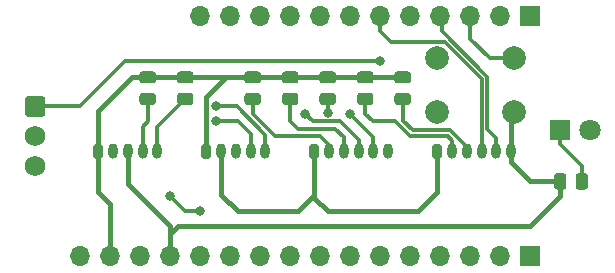
<source format=gtl>
G04 #@! TF.GenerationSoftware,KiCad,Pcbnew,(5.1.10)-1*
G04 #@! TF.CreationDate,2021-09-22T19:22:54-07:00*
G04 #@! TF.ProjectId,HW_IR Featherwing,48575f49-5220-4466-9561-746865727769,rev?*
G04 #@! TF.SameCoordinates,Original*
G04 #@! TF.FileFunction,Copper,L1,Top*
G04 #@! TF.FilePolarity,Positive*
%FSLAX46Y46*%
G04 Gerber Fmt 4.6, Leading zero omitted, Abs format (unit mm)*
G04 Created by KiCad (PCBNEW (5.1.10)-1) date 2021-09-22 19:22:54*
%MOMM*%
%LPD*%
G01*
G04 APERTURE LIST*
G04 #@! TA.AperFunction,ComponentPad*
%ADD10C,1.740000*%
G04 #@! TD*
G04 #@! TA.AperFunction,ComponentPad*
%ADD11R,1.700000X1.700000*%
G04 #@! TD*
G04 #@! TA.AperFunction,ComponentPad*
%ADD12O,1.700000X1.700000*%
G04 #@! TD*
G04 #@! TA.AperFunction,ComponentPad*
%ADD13O,0.800000X1.300000*%
G04 #@! TD*
G04 #@! TA.AperFunction,ComponentPad*
%ADD14R,1.800000X1.800000*%
G04 #@! TD*
G04 #@! TA.AperFunction,ComponentPad*
%ADD15C,1.800000*%
G04 #@! TD*
G04 #@! TA.AperFunction,ComponentPad*
%ADD16C,2.000000*%
G04 #@! TD*
G04 #@! TA.AperFunction,ViaPad*
%ADD17C,0.800000*%
G04 #@! TD*
G04 #@! TA.AperFunction,Conductor*
%ADD18C,0.304800*%
G04 #@! TD*
G04 #@! TA.AperFunction,Conductor*
%ADD19C,0.406400*%
G04 #@! TD*
G04 APERTURE END LIST*
D10*
X27940000Y-39370000D03*
X27940000Y-36830000D03*
G04 #@! TA.AperFunction,ComponentPad*
G36*
G01*
X27319999Y-33420000D02*
X28560001Y-33420000D01*
G75*
G02*
X28810000Y-33669999I0J-249999D01*
G01*
X28810000Y-34910001D01*
G75*
G02*
X28560001Y-35160000I-249999J0D01*
G01*
X27319999Y-35160000D01*
G75*
G02*
X27070000Y-34910001I0J249999D01*
G01*
X27070000Y-33669999D01*
G75*
G02*
X27319999Y-33420000I249999J0D01*
G01*
G37*
G04 #@! TD.AperFunction*
D11*
X69850000Y-26670000D03*
D12*
X67310000Y-26670000D03*
X64770000Y-26670000D03*
X62230000Y-26670000D03*
X59690000Y-26670000D03*
X57150000Y-26670000D03*
X54610000Y-26670000D03*
X52070000Y-26670000D03*
X49530000Y-26670000D03*
X46990000Y-26670000D03*
X44450000Y-26670000D03*
X41910000Y-26670000D03*
G04 #@! TA.AperFunction,SMDPad,CuDef*
G36*
G01*
X41090002Y-34167500D02*
X40189998Y-34167500D01*
G75*
G02*
X39940000Y-33917502I0J249998D01*
G01*
X39940000Y-33392498D01*
G75*
G02*
X40189998Y-33142500I249998J0D01*
G01*
X41090002Y-33142500D01*
G75*
G02*
X41340000Y-33392498I0J-249998D01*
G01*
X41340000Y-33917502D01*
G75*
G02*
X41090002Y-34167500I-249998J0D01*
G01*
G37*
G04 #@! TD.AperFunction*
G04 #@! TA.AperFunction,SMDPad,CuDef*
G36*
G01*
X41090002Y-32342500D02*
X40189998Y-32342500D01*
G75*
G02*
X39940000Y-32092502I0J249998D01*
G01*
X39940000Y-31567498D01*
G75*
G02*
X40189998Y-31317500I249998J0D01*
G01*
X41090002Y-31317500D01*
G75*
G02*
X41340000Y-31567498I0J-249998D01*
G01*
X41340000Y-32092502D01*
G75*
G02*
X41090002Y-32342500I-249998J0D01*
G01*
G37*
G04 #@! TD.AperFunction*
D13*
X47418000Y-38100000D03*
X46168000Y-38100000D03*
X44918000Y-38100000D03*
X43668000Y-38100000D03*
G04 #@! TA.AperFunction,ComponentPad*
G36*
G01*
X42018000Y-38550000D02*
X42018000Y-37650000D01*
G75*
G02*
X42218000Y-37450000I200000J0D01*
G01*
X42618000Y-37450000D01*
G75*
G02*
X42818000Y-37650000I0J-200000D01*
G01*
X42818000Y-38550000D01*
G75*
G02*
X42618000Y-38750000I-200000J0D01*
G01*
X42218000Y-38750000D01*
G75*
G02*
X42018000Y-38550000I0J200000D01*
G01*
G37*
G04 #@! TD.AperFunction*
D11*
X69850000Y-46990000D03*
D12*
X67310000Y-46990000D03*
X64770000Y-46990000D03*
X62230000Y-46990000D03*
X59690000Y-46990000D03*
X57150000Y-46990000D03*
X54610000Y-46990000D03*
X52070000Y-46990000D03*
X49530000Y-46990000D03*
X46990000Y-46990000D03*
X44450000Y-46990000D03*
X41910000Y-46990000D03*
X39370000Y-46990000D03*
X36830000Y-46990000D03*
X34290000Y-46990000D03*
X31750000Y-46990000D03*
D14*
X72390000Y-36322000D03*
D15*
X74930000Y-36322000D03*
G04 #@! TA.AperFunction,SMDPad,CuDef*
G36*
G01*
X37915002Y-32342500D02*
X37014998Y-32342500D01*
G75*
G02*
X36765000Y-32092502I0J249998D01*
G01*
X36765000Y-31567498D01*
G75*
G02*
X37014998Y-31317500I249998J0D01*
G01*
X37915002Y-31317500D01*
G75*
G02*
X38165000Y-31567498I0J-249998D01*
G01*
X38165000Y-32092502D01*
G75*
G02*
X37915002Y-32342500I-249998J0D01*
G01*
G37*
G04 #@! TD.AperFunction*
G04 #@! TA.AperFunction,SMDPad,CuDef*
G36*
G01*
X37915002Y-34167500D02*
X37014998Y-34167500D01*
G75*
G02*
X36765000Y-33917502I0J249998D01*
G01*
X36765000Y-33392498D01*
G75*
G02*
X37014998Y-33142500I249998J0D01*
G01*
X37915002Y-33142500D01*
G75*
G02*
X38165000Y-33392498I0J-249998D01*
G01*
X38165000Y-33917502D01*
G75*
G02*
X37915002Y-34167500I-249998J0D01*
G01*
G37*
G04 #@! TD.AperFunction*
G04 #@! TA.AperFunction,SMDPad,CuDef*
G36*
G01*
X74727500Y-40189998D02*
X74727500Y-41090002D01*
G75*
G02*
X74477502Y-41340000I-249998J0D01*
G01*
X73952498Y-41340000D01*
G75*
G02*
X73702500Y-41090002I0J249998D01*
G01*
X73702500Y-40189998D01*
G75*
G02*
X73952498Y-39940000I249998J0D01*
G01*
X74477502Y-39940000D01*
G75*
G02*
X74727500Y-40189998I0J-249998D01*
G01*
G37*
G04 #@! TD.AperFunction*
G04 #@! TA.AperFunction,SMDPad,CuDef*
G36*
G01*
X72902500Y-40189998D02*
X72902500Y-41090002D01*
G75*
G02*
X72652502Y-41340000I-249998J0D01*
G01*
X72127498Y-41340000D01*
G75*
G02*
X71877500Y-41090002I0J249998D01*
G01*
X71877500Y-40189998D01*
G75*
G02*
X72127498Y-39940000I249998J0D01*
G01*
X72652502Y-39940000D01*
G75*
G02*
X72902500Y-40189998I0J-249998D01*
G01*
G37*
G04 #@! TD.AperFunction*
G04 #@! TA.AperFunction,SMDPad,CuDef*
G36*
G01*
X53155002Y-34167500D02*
X52254998Y-34167500D01*
G75*
G02*
X52005000Y-33917502I0J249998D01*
G01*
X52005000Y-33392498D01*
G75*
G02*
X52254998Y-33142500I249998J0D01*
G01*
X53155002Y-33142500D01*
G75*
G02*
X53405000Y-33392498I0J-249998D01*
G01*
X53405000Y-33917502D01*
G75*
G02*
X53155002Y-34167500I-249998J0D01*
G01*
G37*
G04 #@! TD.AperFunction*
G04 #@! TA.AperFunction,SMDPad,CuDef*
G36*
G01*
X53155002Y-32342500D02*
X52254998Y-32342500D01*
G75*
G02*
X52005000Y-32092502I0J249998D01*
G01*
X52005000Y-31567498D01*
G75*
G02*
X52254998Y-31317500I249998J0D01*
G01*
X53155002Y-31317500D01*
G75*
G02*
X53405000Y-31567498I0J-249998D01*
G01*
X53405000Y-32092502D01*
G75*
G02*
X53155002Y-32342500I-249998J0D01*
G01*
G37*
G04 #@! TD.AperFunction*
D16*
X61976000Y-34726000D03*
X61976000Y-30226000D03*
X68476000Y-34726000D03*
X68476000Y-30226000D03*
G04 #@! TA.AperFunction,ComponentPad*
G36*
G01*
X51162000Y-38550000D02*
X51162000Y-37650000D01*
G75*
G02*
X51362000Y-37450000I200000J0D01*
G01*
X51762000Y-37450000D01*
G75*
G02*
X51962000Y-37650000I0J-200000D01*
G01*
X51962000Y-38550000D01*
G75*
G02*
X51762000Y-38750000I-200000J0D01*
G01*
X51362000Y-38750000D01*
G75*
G02*
X51162000Y-38550000I0J200000D01*
G01*
G37*
G04 #@! TD.AperFunction*
D13*
X52812000Y-38100000D03*
X54062000Y-38100000D03*
X55312000Y-38100000D03*
X56562000Y-38100000D03*
X57812000Y-38100000D03*
X68226000Y-38100000D03*
X66976000Y-38100000D03*
X65726000Y-38100000D03*
X64476000Y-38100000D03*
X63226000Y-38100000D03*
G04 #@! TA.AperFunction,ComponentPad*
G36*
G01*
X61576000Y-38550000D02*
X61576000Y-37650000D01*
G75*
G02*
X61776000Y-37450000I200000J0D01*
G01*
X62176000Y-37450000D01*
G75*
G02*
X62376000Y-37650000I0J-200000D01*
G01*
X62376000Y-38550000D01*
G75*
G02*
X62176000Y-38750000I-200000J0D01*
G01*
X61776000Y-38750000D01*
G75*
G02*
X61576000Y-38550000I0J200000D01*
G01*
G37*
G04 #@! TD.AperFunction*
G04 #@! TA.AperFunction,ComponentPad*
G36*
G01*
X32874000Y-38550000D02*
X32874000Y-37650000D01*
G75*
G02*
X33074000Y-37450000I200000J0D01*
G01*
X33474000Y-37450000D01*
G75*
G02*
X33674000Y-37650000I0J-200000D01*
G01*
X33674000Y-38550000D01*
G75*
G02*
X33474000Y-38750000I-200000J0D01*
G01*
X33074000Y-38750000D01*
G75*
G02*
X32874000Y-38550000I0J200000D01*
G01*
G37*
G04 #@! TD.AperFunction*
X34524000Y-38100000D03*
X35774000Y-38100000D03*
X37024000Y-38100000D03*
X38274000Y-38100000D03*
G04 #@! TA.AperFunction,SMDPad,CuDef*
G36*
G01*
X49980002Y-34167500D02*
X49079998Y-34167500D01*
G75*
G02*
X48830000Y-33917502I0J249998D01*
G01*
X48830000Y-33392498D01*
G75*
G02*
X49079998Y-33142500I249998J0D01*
G01*
X49980002Y-33142500D01*
G75*
G02*
X50230000Y-33392498I0J-249998D01*
G01*
X50230000Y-33917502D01*
G75*
G02*
X49980002Y-34167500I-249998J0D01*
G01*
G37*
G04 #@! TD.AperFunction*
G04 #@! TA.AperFunction,SMDPad,CuDef*
G36*
G01*
X49980002Y-32342500D02*
X49079998Y-32342500D01*
G75*
G02*
X48830000Y-32092502I0J249998D01*
G01*
X48830000Y-31567498D01*
G75*
G02*
X49079998Y-31317500I249998J0D01*
G01*
X49980002Y-31317500D01*
G75*
G02*
X50230000Y-31567498I0J-249998D01*
G01*
X50230000Y-32092502D01*
G75*
G02*
X49980002Y-32342500I-249998J0D01*
G01*
G37*
G04 #@! TD.AperFunction*
G04 #@! TA.AperFunction,SMDPad,CuDef*
G36*
G01*
X46805002Y-32342500D02*
X45904998Y-32342500D01*
G75*
G02*
X45655000Y-32092502I0J249998D01*
G01*
X45655000Y-31567498D01*
G75*
G02*
X45904998Y-31317500I249998J0D01*
G01*
X46805002Y-31317500D01*
G75*
G02*
X47055000Y-31567498I0J-249998D01*
G01*
X47055000Y-32092502D01*
G75*
G02*
X46805002Y-32342500I-249998J0D01*
G01*
G37*
G04 #@! TD.AperFunction*
G04 #@! TA.AperFunction,SMDPad,CuDef*
G36*
G01*
X46805002Y-34167500D02*
X45904998Y-34167500D01*
G75*
G02*
X45655000Y-33917502I0J249998D01*
G01*
X45655000Y-33392498D01*
G75*
G02*
X45904998Y-33142500I249998J0D01*
G01*
X46805002Y-33142500D01*
G75*
G02*
X47055000Y-33392498I0J-249998D01*
G01*
X47055000Y-33917502D01*
G75*
G02*
X46805002Y-34167500I-249998J0D01*
G01*
G37*
G04 #@! TD.AperFunction*
G04 #@! TA.AperFunction,SMDPad,CuDef*
G36*
G01*
X59505002Y-34167500D02*
X58604998Y-34167500D01*
G75*
G02*
X58355000Y-33917502I0J249998D01*
G01*
X58355000Y-33392498D01*
G75*
G02*
X58604998Y-33142500I249998J0D01*
G01*
X59505002Y-33142500D01*
G75*
G02*
X59755000Y-33392498I0J-249998D01*
G01*
X59755000Y-33917502D01*
G75*
G02*
X59505002Y-34167500I-249998J0D01*
G01*
G37*
G04 #@! TD.AperFunction*
G04 #@! TA.AperFunction,SMDPad,CuDef*
G36*
G01*
X59505002Y-32342500D02*
X58604998Y-32342500D01*
G75*
G02*
X58355000Y-32092502I0J249998D01*
G01*
X58355000Y-31567498D01*
G75*
G02*
X58604998Y-31317500I249998J0D01*
G01*
X59505002Y-31317500D01*
G75*
G02*
X59755000Y-31567498I0J-249998D01*
G01*
X59755000Y-32092502D01*
G75*
G02*
X59505002Y-32342500I-249998J0D01*
G01*
G37*
G04 #@! TD.AperFunction*
G04 #@! TA.AperFunction,SMDPad,CuDef*
G36*
G01*
X56330002Y-32342500D02*
X55429998Y-32342500D01*
G75*
G02*
X55180000Y-32092502I0J249998D01*
G01*
X55180000Y-31567498D01*
G75*
G02*
X55429998Y-31317500I249998J0D01*
G01*
X56330002Y-31317500D01*
G75*
G02*
X56580000Y-31567498I0J-249998D01*
G01*
X56580000Y-32092502D01*
G75*
G02*
X56330002Y-32342500I-249998J0D01*
G01*
G37*
G04 #@! TD.AperFunction*
G04 #@! TA.AperFunction,SMDPad,CuDef*
G36*
G01*
X56330002Y-34167500D02*
X55429998Y-34167500D01*
G75*
G02*
X55180000Y-33917502I0J249998D01*
G01*
X55180000Y-33392498D01*
G75*
G02*
X55429998Y-33142500I249998J0D01*
G01*
X56330002Y-33142500D01*
G75*
G02*
X56580000Y-33392498I0J-249998D01*
G01*
X56580000Y-33917502D01*
G75*
G02*
X56330002Y-34167500I-249998J0D01*
G01*
G37*
G04 #@! TD.AperFunction*
D17*
X41910000Y-43180000D03*
X39370000Y-41910000D03*
X43221200Y-35560000D03*
X43221200Y-34290000D03*
X52705000Y-34807600D03*
X57150000Y-30480000D03*
X54610000Y-34925000D03*
X50800000Y-34925000D03*
D18*
X64476000Y-38100000D02*
X64476000Y-37727091D01*
X63074099Y-36325190D02*
X59899098Y-36325190D01*
X64476000Y-37727091D02*
X63074099Y-36325190D01*
X59055000Y-35481092D02*
X59055000Y-33655000D01*
X59899098Y-36325190D02*
X59055000Y-35481092D01*
X63226000Y-38100000D02*
X63226000Y-37191000D01*
X63226000Y-37191000D02*
X62865000Y-36830000D01*
X62865000Y-36830000D02*
X59690000Y-36830000D01*
X59690000Y-36830000D02*
X58420000Y-35560000D01*
X58420000Y-35560000D02*
X56515000Y-35560000D01*
X55880000Y-34925000D02*
X55880000Y-33655000D01*
X56515000Y-35560000D02*
X55880000Y-34925000D01*
X54062000Y-38100000D02*
X54062000Y-36917000D01*
X54062000Y-36917000D02*
X53340000Y-36195000D01*
X53340000Y-36195000D02*
X50165000Y-36195000D01*
X49530000Y-35560000D02*
X49530000Y-33655000D01*
X50165000Y-36195000D02*
X49530000Y-35560000D01*
X52812000Y-38100000D02*
X52812000Y-37572000D01*
X52812000Y-37572000D02*
X52070000Y-36830000D01*
X52070000Y-36830000D02*
X48260000Y-36830000D01*
X46355000Y-34925000D02*
X46355000Y-33655000D01*
X48260000Y-36830000D02*
X46355000Y-34925000D01*
X40640000Y-43180000D02*
X39370000Y-41910000D01*
X41910000Y-43180000D02*
X40640000Y-43180000D01*
D19*
X39370000Y-46990000D02*
X39370000Y-44450000D01*
X35774000Y-40854000D02*
X35774000Y-38100000D01*
X39370000Y-44450000D02*
X35774000Y-40854000D01*
X72390000Y-40640000D02*
X69850000Y-40640000D01*
X68226000Y-39016000D02*
X68226000Y-38100000D01*
X69850000Y-40640000D02*
X68226000Y-39016000D01*
X68226000Y-34976000D02*
X68476000Y-34726000D01*
X68226000Y-38100000D02*
X68226000Y-34976000D01*
X39370000Y-46990000D02*
X39370000Y-45085000D01*
X39370000Y-45085000D02*
X40005000Y-44450000D01*
X40005000Y-44450000D02*
X69850000Y-44450000D01*
X72390000Y-41910000D02*
X72390000Y-40640000D01*
X69850000Y-44450000D02*
X72390000Y-41910000D01*
X34290000Y-46990000D02*
X34290000Y-42545000D01*
X33274000Y-41529000D02*
X33274000Y-38100000D01*
X34290000Y-42545000D02*
X33274000Y-41529000D01*
X42418000Y-38100000D02*
X42418000Y-33528000D01*
X59055000Y-31830000D02*
X55880000Y-31830000D01*
X55880000Y-31830000D02*
X52705000Y-31830000D01*
X52705000Y-31830000D02*
X49530000Y-31830000D01*
X49530000Y-31830000D02*
X46355000Y-31830000D01*
X44116000Y-31830000D02*
X42418000Y-33528000D01*
X46355000Y-31830000D02*
X44116000Y-31830000D01*
X33274000Y-38100000D02*
X33274000Y-34671000D01*
X36115000Y-31830000D02*
X37465000Y-31830000D01*
X33274000Y-34671000D02*
X36115000Y-31830000D01*
X37465000Y-31830000D02*
X40640000Y-31830000D01*
X40640000Y-31830000D02*
X46355000Y-31830000D01*
D18*
X43221200Y-35560000D02*
X45085000Y-35560000D01*
X46168000Y-36643000D02*
X46168000Y-38100000D01*
X45085000Y-35560000D02*
X46168000Y-36643000D01*
X37024000Y-38100000D02*
X37024000Y-36001000D01*
X37465000Y-35560000D02*
X37465000Y-33655000D01*
X37024000Y-36001000D02*
X37465000Y-35560000D01*
X43221200Y-34290000D02*
X45006092Y-34290000D01*
X47418000Y-36701908D02*
X47418000Y-38100000D01*
X45006092Y-34290000D02*
X47418000Y-36701908D01*
X38274000Y-36021000D02*
X40640000Y-33655000D01*
X38274000Y-38100000D02*
X38274000Y-36021000D01*
D19*
X61976000Y-38100000D02*
X61976000Y-41529000D01*
X61976000Y-41529000D02*
X60325000Y-43180000D01*
X60325000Y-43180000D02*
X52705000Y-43180000D01*
X51562000Y-42037000D02*
X51562000Y-38100000D01*
X52705000Y-43180000D02*
X51562000Y-42037000D01*
X51562000Y-38100000D02*
X51562000Y-41783000D01*
X51562000Y-41783000D02*
X50165000Y-43180000D01*
X50165000Y-43180000D02*
X45085000Y-43180000D01*
X43668000Y-41763000D02*
X43668000Y-38100000D01*
X45085000Y-43180000D02*
X43668000Y-41763000D01*
D18*
X68476000Y-30226000D02*
X66421000Y-30226000D01*
X64770000Y-28575000D02*
X64770000Y-26670000D01*
X66421000Y-30226000D02*
X64770000Y-28575000D01*
X52705000Y-33655000D02*
X52705000Y-34807600D01*
X66976000Y-38100000D02*
X66976000Y-36940190D01*
X66230810Y-31765347D02*
X62405463Y-27940000D01*
X66230810Y-36195000D02*
X66230810Y-31765347D01*
X66976000Y-36940190D02*
X66230810Y-36195000D01*
X62405463Y-26845463D02*
X62230000Y-26670000D01*
X62405463Y-27940000D02*
X62405463Y-26845463D01*
X57150000Y-30480000D02*
X35560000Y-30480000D01*
X35560000Y-30480000D02*
X31750000Y-34290000D01*
X31750000Y-34290000D02*
X27940000Y-34290000D01*
X65726000Y-38100000D02*
X65726000Y-35881000D01*
X57150000Y-26670000D02*
X57150000Y-27940000D01*
X57150000Y-27940000D02*
X58083599Y-28873599D01*
X65726000Y-31974446D02*
X65726000Y-35881000D01*
X62625153Y-28873599D02*
X65726000Y-31974446D01*
X58083599Y-28873599D02*
X62625153Y-28873599D01*
X56562000Y-36877000D02*
X54610000Y-34925000D01*
X56562000Y-38100000D02*
X56562000Y-36877000D01*
X55312000Y-37145200D02*
X53726800Y-35560000D01*
X55312000Y-38100000D02*
X55312000Y-37145200D01*
X51435000Y-35560000D02*
X50800000Y-34925000D01*
X53726800Y-35560000D02*
X51435000Y-35560000D01*
X72390000Y-36322000D02*
X72390000Y-37465000D01*
X74215000Y-39290000D02*
X74215000Y-40640000D01*
X72390000Y-37465000D02*
X74215000Y-39290000D01*
M02*

</source>
